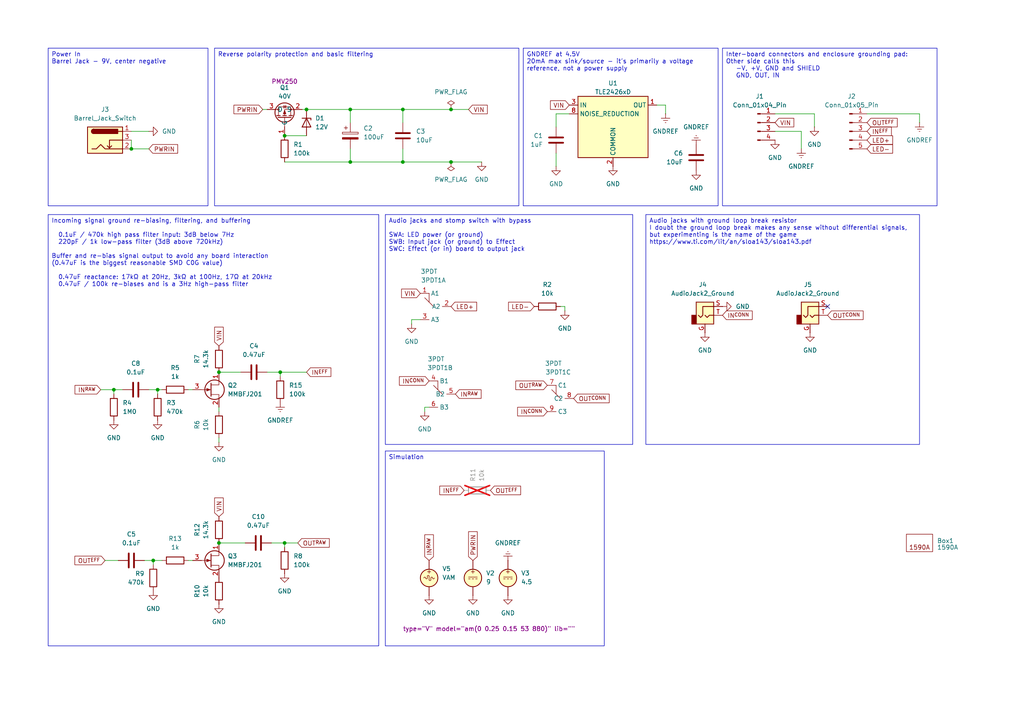
<source format=kicad_sch>
(kicad_sch (version 20250114) (generator "eeschema") (generator_version "9.0")
  (paper "A4")
  (title_block (title "Base board rail splitting 9V power") (date "2025-03-18") (rev "v2.0"))
  (lib_symbols
    (symbol "Connector:Barrel_Jack_Switch" (pin_names (hide yes))
      (property "Reference" "J" (at 0 5.334 0))
      (property "Value" "Barrel_Jack_Switch" (at 0 -5.08 0))
      (symbol "Barrel_Jack_Switch_0_1"
        (rectangle (start -5.08 3.81) (end 5.08 -3.81) (stroke (width 0.254)) (fill (type background)))
        (polyline (pts (xy -3.81 -2.54) (xy -2.54 -2.54) (xy -1.27 -1.27) (xy 0 -2.54) (xy 2.54 -2.54) (xy 5.08 -2.54)) (stroke (width 0.254)))
        (arc (start -3.302 1.905) (mid -3.9343 2.54) (end -3.302 3.175) (stroke (width 0.254)))
        (arc (start -3.302 1.905) (mid -3.9343 2.54) (end -3.302 3.175) (stroke (width 0.254)) (fill (type outline)))
        (polyline (pts (xy 1.27 -2.286) (xy 1.905 -1.651)) (stroke (width 0.254)))
        (rectangle (start 3.683 3.175) (end -3.302 1.905) (stroke (width 0.254)) (fill (type outline)))
        (polyline (pts (xy 5.08 2.54) (xy 3.81 2.54)) (stroke (width 0.254)))
        (polyline (pts (xy 5.08 0) (xy 1.27 0) (xy 1.27 -2.286) (xy 0.635 -1.651)) (stroke (width 0.254)))
      )
      (symbol "Barrel_Jack_Switch_1_1"
        (pin passive line (at 7.62 2.54 180) (length 2.54) (name "~") (number "1"))
        (pin passive line (at 7.62 0 180) (length 2.54) (name "~") (number "3"))
        (pin passive line (at 7.62 -2.54 180) (length 2.54) (name "~") (number "2"))
      )
    )
    (symbol "Connector:Conn_01x04_Pin" (pin_names (offset 1.016) (hide yes))
      (property "Reference" "J" (at 0 5.08 0))
      (property "Value" "Conn_01x04_Pin" (at 0 -7.62 0))
      (symbol "Conn_01x04_Pin_1_1"
        (rectangle (start 0.8636 2.667) (end 0 2.413) (stroke (width 0.1524)) (fill (type outline)))
        (rectangle (start 0.8636 0.127) (end 0 -0.127) (stroke (width 0.1524)) (fill (type outline)))
        (rectangle (start 0.8636 -2.413) (end 0 -2.667) (stroke (width 0.1524)) (fill (type outline)))
        (rectangle (start 0.8636 -4.953) (end 0 -5.207) (stroke (width 0.1524)) (fill (type outline)))
        (polyline (pts (xy 1.27 2.54) (xy 0.8636 2.54)) (stroke (width 0.1524)))
        (polyline (pts (xy 1.27 0) (xy 0.8636 0)) (stroke (width 0.1524)))
        (polyline (pts (xy 1.27 -2.54) (xy 0.8636 -2.54)) (stroke (width 0.1524)))
        (polyline (pts (xy 1.27 -5.08) (xy 0.8636 -5.08)) (stroke (width 0.1524)))
        (pin passive line (at 5.08 2.54 180) (length 3.81) (name "Pin_1") (number "1"))
        (pin passive line (at 5.08 0 180) (length 3.81) (name "Pin_2") (number "2"))
        (pin passive line (at 5.08 -2.54 180) (length 3.81) (name "Pin_3") (number "3"))
        (pin passive line (at 5.08 -5.08 180) (length 3.81) (name "Pin_4") (number "4"))
      )
    )
    (symbol "Connector:Conn_01x05_Pin" (pin_names (offset 1.016) (hide yes))
      (property "Reference" "J" (at 0 7.62 0))
      (property "Value" "Conn_01x05_Pin" (at 0 -7.62 0))
      (symbol "Conn_01x05_Pin_1_1"
        (rectangle (start 0.8636 5.207) (end 0 4.953) (stroke (width 0.1524)) (fill (type outline)))
        (rectangle (start 0.8636 2.667) (end 0 2.413) (stroke (width 0.1524)) (fill (type outline)))
        (rectangle (start 0.8636 0.127) (end 0 -0.127) (stroke (width 0.1524)) (fill (type outline)))
        (rectangle (start 0.8636 -2.413) (end 0 -2.667) (stroke (width 0.1524)) (fill (type outline)))
        (rectangle (start 0.8636 -4.953) (end 0 -5.207) (stroke (width 0.1524)) (fill (type outline)))
        (polyline (pts (xy 1.27 5.08) (xy 0.8636 5.08)) (stroke (width 0.1524)))
        (polyline (pts (xy 1.27 2.54) (xy 0.8636 2.54)) (stroke (width 0.1524)))
        (polyline (pts (xy 1.27 0) (xy 0.8636 0)) (stroke (width 0.1524)))
        (polyline (pts (xy 1.27 -2.54) (xy 0.8636 -2.54)) (stroke (width 0.1524)))
        (polyline (pts (xy 1.27 -5.08) (xy 0.8636 -5.08)) (stroke (width 0.1524)))
        (pin passive line (at 5.08 5.08 180) (length 3.81) (name "Pin_1") (number "1"))
        (pin passive line (at 5.08 2.54 180) (length 3.81) (name "Pin_2") (number "2"))
        (pin passive line (at 5.08 0 180) (length 3.81) (name "Pin_3") (number "3"))
        (pin passive line (at 5.08 -2.54 180) (length 3.81) (name "Pin_4") (number "4"))
        (pin passive line (at 5.08 -5.08 180) (length 3.81) (name "Pin_5") (number "5"))
      )
    )
    (symbol "Connector_Audio:AudioJack2_Ground"
      (property "Reference" "J" (at 0 8.89 0))
      (property "Value" "AudioJack2_Ground" (at 0 6.35 0))
      (symbol "AudioJack2_Ground_0_1"
        (rectangle (start -2.54 -2.54) (end -3.81 0) (stroke (width 0.254)) (fill (type outline)))
        (polyline (pts (xy 0 0) (xy 0.635 -0.635) (xy 1.27 0) (xy 2.54 0)) (stroke (width 0.254)))
        (rectangle (start 2.54 3.81) (end -2.54 -2.54) (stroke (width 0.254)) (fill (type background)))
        (polyline (pts (xy 2.54 2.54) (xy -0.635 2.54) (xy -0.635 0) (xy -1.27 -0.635) (xy -1.905 0)) (stroke (width 0.254)))
      )
      (symbol "AudioJack2_Ground_1_1"
        (pin passive line (at 0 -5.08 90) (length 2.54) (name "~") (number "G"))
        (pin passive line (at 5.08 2.54 180) (length 2.54) (name "~") (number "S"))
        (pin passive line (at 5.08 0 180) (length 2.54) (name "~") (number "T"))
      )
    )
    (symbol "Device:C" (pin_numbers (hide yes)) (pin_names (offset 0.254))
      (property "Reference" "C" (at 0.635 2.54 0))
      (property "Value" "C" (at 0.635 -2.54 0))
      (symbol "C_0_1"
        (polyline (pts (xy -2.032 0.762) (xy 2.032 0.762)) (stroke (width 0.508)))
        (polyline (pts (xy -2.032 -0.762) (xy 2.032 -0.762)) (stroke (width 0.508)))
      )
      (symbol "C_1_1"
        (pin passive line (at 0 3.81 270) (length 2.794) (name "~") (number "1"))
        (pin passive line (at 0 -3.81 90) (length 2.794) (name "~") (number "2"))
      )
    )
    (symbol "Device:C_Polarized" (pin_numbers (hide yes)) (pin_names (offset 0.254))
      (property "Reference" "C" (at 0.635 2.54 0))
      (property "Value" "C_Polarized" (at 0.635 -2.54 0))
      (symbol "C_Polarized_0_1"
        (rectangle (start -2.286 0.508) (end 2.286 1.016))
        (polyline (pts (xy -1.778 2.286) (xy -0.762 2.286)))
        (polyline (pts (xy -1.27 2.794) (xy -1.27 1.778)))
        (rectangle (start 2.286 -0.508) (end -2.286 -1.016) (fill (type outline)))
      )
      (symbol "C_Polarized_1_1"
        (pin passive line (at 0 3.81 270) (length 2.794) (name "~") (number "1"))
        (pin passive line (at 0 -3.81 90) (length 2.794) (name "~") (number "2"))
      )
    )
    (symbol "Device:D_Zener" (pin_numbers (hide yes)) (pin_names (offset 1.016) (hide yes))
      (property "Reference" "D" (at 0 2.54 0))
      (property "Value" "D_Zener" (at 0 -2.54 0))
      (symbol "D_Zener_0_1"
        (polyline (pts (xy -1.27 -1.27) (xy -1.27 1.27) (xy -0.762 1.27)) (stroke (width 0.254)))
        (polyline (pts (xy 1.27 0) (xy -1.27 0)))
        (polyline (pts (xy 1.27 -1.27) (xy 1.27 1.27) (xy -1.27 0) (xy 1.27 -1.27)) (stroke (width 0.254)))
      )
      (symbol "D_Zener_1_1"
        (pin passive line (at -3.81 0 0) (length 2.54) (name "K") (number "1"))
        (pin passive line (at 3.81 0 180) (length 2.54) (name "A") (number "2"))
      )
    )
    (symbol "Device:R" (pin_numbers (hide yes)) (pin_names (offset 0))
      (property "Reference" "R" (at 2.032 0 90))
      (property "Value" "R" (at 0 0 90))
      (symbol "R_0_1"
        (rectangle (start -1.016 -2.54) (end 1.016 2.54) (stroke (width 0.254)))
      )
      (symbol "R_1_1"
        (pin passive line (at 0 3.81 270) (length 1.27) (name "~") (number "1"))
        (pin passive line (at 0 -3.81 90) (length 1.27) (name "~") (number "2"))
      )
    )
    (symbol "Mylib:3PDT"
      (property "Reference" "3PDT" (at 0 0 0))
      (symbol "3PDT_0_1"
        (polyline (pts (xy 0 -3.81) (xy 0 -6.35)))
        (polyline (pts (xy 1.27 -7.62) (xy -1.27 -5.08)))
      )
      (symbol "3PDT_1_1"
        (pin passive line (at -2.54 -3.81 0) (length 2.54) (name "A1") (number "1"))
        (pin passive line (at -2.54 -11.43 0) (length 2.54) (name "A3") (number "3"))
        (pin passive line (at 6.35 -7.62 180) (length 2.54) (name "A2") (number "2"))
      )
      (symbol "3PDT_2_1"
        (pin passive line (at -2.54 -3.81 0) (length 2.54) (name "B1") (number "4"))
        (pin passive line (at -2.54 -11.43 0) (length 2.54) (name "B3") (number "6"))
        (pin passive line (at 5.08 -7.62 180) (length 2.54) (name "B2") (number "5"))
      )
      (symbol "3PDT_3_1"
        (pin passive line (at -2.54 -3.81 0) (length 2.54) (name "C1") (number "7"))
        (pin passive line (at -2.54 -11.43 0) (length 2.54) (name "C3") (number "9"))
        (pin passive line (at 5.08 -7.62 180) (length 2.54) (name "C2") (number "8"))
      )
    )
    (symbol "Mylib:Enclosure_1590A" (exclude_from_sim yes)
      (property "Reference" "Box" (at 0 0 0))
      (symbol "Enclosure_1590A_0_1"
        (rectangle (start -3.81 1.27) (end 3.81 -3.81))
      )
      (symbol "Enclosure_1590A_1_1"
        (text "1590A" (at 0 -2.54 0) (effects (font (size 1.27 1.27))))
      )
    )
    (symbol "Mylib:PMV250EPEAR"
      (property "Reference" "Q" (at 0 4.572 0))
      (property "Value" "PMV250" (at 0 6.604 0))
      (symbol "PMV250EPEAR_0_1"
        (polyline (pts (xy -2.54 0) (xy -1.778 0)))
        (polyline (pts (xy -2.286 -1.778) (xy -1.27 -1.778)) (stroke (width 0.254)))
        (polyline (pts (xy -1.905 -2.286) (xy 1.905 -2.286)) (stroke (width 0.254)))
        (circle (center -1.778 0) (radius 0.254) (fill (type outline)))
        (polyline (pts (xy -1.778 -1.778) (xy -1.778 0.762) (xy 1.778 0.762) (xy 1.778 -1.778)))
        (polyline (pts (xy -0.508 -1.778) (xy 0.508 -1.778)) (stroke (width 0.254)))
        (polyline (pts (xy 0 -0.254) (xy -0.381 -1.27) (xy 0.381 -1.27) (xy 0 -0.254)) (fill (type outline)))
        (circle (center 0 -0.889) (radius 2.794) (stroke (width 0.254)))
        (polyline (pts (xy 0 -2.286) (xy 0 -5.08)))
        (polyline (pts (xy 0.381 0.762) (xy -0.254 0.381) (xy -0.254 1.143) (xy 0.381 0.762)))
        (polyline (pts (xy 0.508 0.254) (xy 0.381 0.381) (xy 0.381 1.143) (xy 0.254 1.27)))
        (polyline (pts (xy 1.27 -1.778) (xy 2.286 -1.778)) (stroke (width 0.254)))
        (circle (center 1.778 0) (radius 0.254) (fill (type outline)))
        (polyline (pts (xy 2.54 0) (xy 0 0) (xy 0 -1.778)))
      )
      (symbol "PMV250EPEAR_1_1"
        (pin passive line (at -5.08 0 0) (length 2.54) (name "D") (number "3"))
        (pin input line (at 0 -7.62 90) (length 2.54) (name "G") (number "1"))
        (pin passive line (at 5.08 0 180) (length 2.54) (name "S") (number "2"))
      )
    )
    (symbol "Reference_Voltage:TLE2426xD"
      (property "Reference" "U" (at -10.414 8.89 0))
      (property "Value" "TLE2426xD" (at 10.16 8.89 0))
      (symbol "TLE2426xD_0_1"
        (rectangle (start -10.16 7.62) (end 10.16 -10.16) (stroke (width 0.254)) (fill (type background)))
      )
      (symbol "TLE2426xD_1_1"
        (pin power_in line (at -12.7 5.08 0) (length 2.54) (name "IN") (number "3"))
        (pin passive line (at -12.7 2.54 0) (length 2.54) (name "NOISE_REDUCTION") (number "8"))
        (pin no_connect line (at -10.16 0 0) (length 2.54) (hide yes) (name "NC") (number "4"))
        (pin no_connect line (at -10.16 -2.54 0) (length 2.54) (hide yes) (name "NC") (number "5"))
        (pin power_in line (at 0 -12.7 90) (length 2.54) (name "COMMON") (number "2"))
        (pin no_connect line (at 10.16 0 180) (length 2.54) (hide yes) (name "NC") (number "6"))
        (pin no_connect line (at 10.16 -2.54 180) (length 2.54) (hide yes) (name "NC") (number "7"))
        (pin power_out line (at 12.7 5.08 180) (length 2.54) (name "OUT") (number "1"))
      )
    )
    (symbol "Simulation_SPICE:VAM" (pin_numbers (hide yes)) (pin_names (offset 0.0254))
      (property "Reference" "V" (at 2.54 2.54 0))
      (property "Value" "VAM" (at 2.54 0 0))
      (property "Sim.Params" "type=\"V\" model=\"am(1 0 1k 100k 1n)\" lib=\"\"" (at 2.54 -2.54 0))
      (symbol "VAM_0_0"
        (arc (start -0.508 0.508) (mid -0.254 0.7609) (end 0 0.508))
        (text "+" (at 0 1.905 0) (effects (font (size 1.27 1.27))))
      )
      (symbol "VAM_0_1"
        (arc (start -1.524 0) (mid -1.27 0.2529) (end -1.016 0))
        (arc (start -0.508 0) (mid -0.762 -0.2529) (end -1.016 0))
        (polyline (pts (xy -0.508 0.508) (xy -0.508 0)))
        (polyline (pts (xy 0 0.508) (xy 0 -0.508)))
        (circle (center 0 0) (radius 2.54) (stroke (width 0.254)) (fill (type background)))
        (arc (start 0.508 -0.508) (mid 0.254 -0.7609) (end 0 -0.508))
        (polyline (pts (xy 0.508 -0.508) (xy 0.508 0)))
        (arc (start 0.508 0) (mid 0.762 0.2529) (end 1.016 0))
        (arc (start 1.524 0) (mid 1.27 -0.2529) (end 1.016 0))
      )
      (symbol "VAM_1_1"
        (pin passive line (at 0 5.08 270) (length 2.54) (name "~") (number "1"))
        (pin passive line (at 0 -5.08 90) (length 2.54) (name "~") (number "2"))
      )
    )
    (symbol "Simulation_SPICE:VDC" (pin_numbers (hide yes)) (pin_names (offset 0.0254))
      (property "Reference" "V" (at 2.54 2.54 0))
      (property "Value" "1" (at 2.54 0 0))
      (symbol "VDC_0_0"
        (polyline (pts (xy -1.27 0.254) (xy 1.27 0.254)))
        (polyline (pts (xy -0.762 -0.254) (xy -1.27 -0.254)))
        (polyline (pts (xy 0.254 -0.254) (xy -0.254 -0.254)))
        (polyline (pts (xy 1.27 -0.254) (xy 0.762 -0.254)))
        (text "+" (at 0 1.905 0) (effects (font (size 1.27 1.27))))
      )
      (symbol "VDC_0_1"
        (circle (center 0 0) (radius 2.54) (stroke (width 0.254)) (fill (type background)))
      )
      (symbol "VDC_1_1"
        (pin passive line (at 0 5.08 270) (length 2.54) (name "~") (number "1"))
        (pin passive line (at 0 -5.08 90) (length 2.54) (name "~") (number "2"))
      )
    )
    (symbol "Transistor_FET:MMBFJ112" (pin_names (hide yes))
      (property "Reference" "Q" (at 5.08 1.905 0))
      (property "Value" "MMBFJ112" (at 5.08 0 0))
      (symbol "MMBFJ112_0_1"
        (polyline (pts (xy 0 0) (xy -1.016 0.381) (xy -1.016 -0.381) (xy 0 0)) (fill (type outline)))
        (polyline (pts (xy 0.254 1.905) (xy 0.254 -1.905)) (stroke (width 0.254)))
        (polyline (pts (xy 0.254 0) (xy -2.54 0)))
        (circle (center 1.27 0) (radius 2.8194) (stroke (width 0.254)))
        (polyline (pts (xy 2.54 2.54) (xy 2.54 1.397) (xy 0.254 1.397)))
        (polyline (pts (xy 2.54 -2.54) (xy 2.54 -1.397) (xy 0.254 -1.397)))
      )
      (symbol "MMBFJ112_1_1"
        (pin input line (at -5.08 0 0) (length 2.54) (name "G") (number "3"))
        (pin passive line (at 2.54 5.08 270) (length 2.54) (name "D") (number "1"))
        (pin passive line (at 2.54 -5.08 90) (length 2.54) (name "S") (number "2"))
      )
    )
    (symbol "power:GND" (power) (pin_numbers (hide yes)) (pin_names (offset 0) (hide yes))
      (property "Value" "GND" (at 0 -3.81 0))
      (symbol "GND_0_1"
        (polyline (pts (xy 0 0) (xy 0 -1.27) (xy 1.27 -1.27) (xy 0 -2.54) (xy -1.27 -1.27) (xy 0 -1.27)))
      )
      (symbol "GND_1_1"
        (pin power_in line (at 0 0 270) (length 0) (name "~") (number "1"))
      )
    )
    (symbol "power:GNDREF" (power) (pin_numbers (hide yes)) (pin_names (offset 0) (hide yes))
      (property "Value" "GNDREF" (at 0 -3.81 0))
      (symbol "GNDREF_0_1"
        (polyline (pts (xy -0.635 -1.905) (xy 0.635 -1.905)))
        (polyline (pts (xy -0.127 -2.54) (xy 0.127 -2.54)))
        (polyline (pts (xy 0 -1.27) (xy 0 0)))
        (polyline (pts (xy 1.27 -1.27) (xy -1.27 -1.27)))
      )
      (symbol "GNDREF_1_1"
        (pin power_in line (at 0 0 270) (length 0) (name "~") (number "1"))
      )
    )
    (symbol "power:PWR_FLAG" (power) (pin_numbers (hide yes)) (pin_names (offset 0) (hide yes))
      (property "Value" "PWR_FLAG" (at 0 3.81 0))
      (symbol "PWR_FLAG_0_0"
        (pin power_out line (at 0 0 90) (length 0) (name "~") (number "1"))
      )
      (symbol "PWR_FLAG_0_1"
        (polyline (pts (xy 0 0) (xy 0 1.27) (xy -1.016 1.905) (xy 0 2.54) (xy 1.016 1.905) (xy 0 1.27)))
      )
    )
  )
  (text_box "Incoming signal ground re-biasing, filtering, and buffering\n\n  0.1uF / 470k high pass filter input: 3dB below 7Hz\n  220pF / 1k low-pass filter (3dB above 720kHz)\n\nBuffer and re-bias signal output to avoid any board interaction\n(0.47uF is the biggest reasonable SMD C0G value)\n\n  0.47uF reactance: 17kΩ at 20Hz, 3kΩ at 100Hz, 17Ω at 20kHz\n  0.47uF / 100k re-biases and is a 3Hz high-pass filter" (at 13.97 62.23 0) (size 95.885 125.095) (margins 0.9525 0.9525 0.9525 0.9525) (effects (font (size 1.27 1.27)) (justify left top)))
  (text_box "Power In\nBarrel Jack - 9V, center negative" (at 13.97 13.97 0) (size 46.355 45.72) (margins 0.9525 0.9525 0.9525 0.9525) (effects (font (size 1.27 1.27)) (justify left top)))
  (text_box "Inter-board connectors and enclosure grounding pad:\nOther side calls this\n   -V, +V, GND and SHIELD\n   GND, OUT, IN" (at 209.55 13.97 0) (size 62.23 45.72) (margins 0.9525 0.9525 0.9525 0.9525) (effects (font (size 1.27 1.27)) (justify left top)))
  (text_box "GNDREF at 4.5V\n20mA max sink/source - it's primarily a voltage reference, not a power supply" (at 151.765 13.97 0) (size 56.515 45.72) (margins 0.9525 0.9525 0.9525 0.9525) (effects (font (size 1.27 1.27)) (justify left top)))
  (text_box "Audio jacks and stomp switch with bypass\n\nSWA: LED power (or ground)\nSWB: Input jack (or ground) to Effect\nSWC: Effect (or in) board to output jack" (at 111.76 62.23 0) (size 71.755 66.675) (margins 0.9525 0.9525 0.9525 0.9525) (effects (font (size 1.27 1.27)) (justify left top)))
  (text_box "Simulation" (at 111.76 130.81 0) (size 63.5 56.515) (margins 0.9525 0.9525 0.9525 0.9525) (effects (font (size 1.27 1.27)) (justify left top)))
  (text_box "Reverse polarity protection and basic filtering" (at 62.23 13.97 0) (size 88.265 45.72) (margins 0.9525 0.9525 0.9525 0.9525) (effects (font (size 1.27 1.27)) (justify left top)))
  (text_box "Audio jacks with ground loop break resistor\nI doubt the ground loop break makes any sense without differential signals,\nbut experimenting is the name of the game \nhttps://www.ti.com/lit/an/sloa143/sloa143.pdf" (at 187.325 62.23 0) (size 79.375 66.675) (margins 0.9525 0.9525 0.9525 0.9525) (effects (font (size 1.27 1.27)) (justify left top)))
  (junction (at 130.81 31.75))
  (junction (at 130.81 46.99))
  (junction (at 63.5 107.95))
  (junction (at 101.6 46.99))
  (junction (at 81.28 107.95))
  (junction (at 33.02 113.03))
  (junction (at 116.84 46.99))
  (junction (at 45.72 113.03))
  (junction (at 63.5 157.48))
  (junction (at 82.55 39.37))
  (junction (at 88.9 31.75))
  (junction (at 101.6 31.75))
  (junction (at 44.45 162.56))
  (junction (at 82.55 157.48))
  (junction (at 38.1 43.18))
  (junction (at 116.84 31.75))
  (no_connect (at 240.03 88.9))
  (wire (pts (xy 54.61 113.03) (xy 55.88 113.03)))
  (wire (pts (xy 121.92 92.71) (xy 119.38 92.71)))
  (wire (pts (xy 163.83 88.9) (xy 162.56 88.9)))
  (wire (pts (xy 236.22 33.02) (xy 236.22 36.83)))
  (wire (pts (xy 63.5 127) (xy 63.5 128.27)))
  (wire (pts (xy 38.1 43.18) (xy 43.18 43.18)))
  (wire (pts (xy 101.6 46.99) (xy 116.84 46.99)))
  (wire (pts (xy 163.83 88.9) (xy 163.83 90.17)))
  (wire (pts (xy 45.72 113.03) (xy 45.72 114.3)))
  (wire (pts (xy 41.91 162.56) (xy 44.45 162.56)))
  (wire (pts (xy 101.6 43.18) (xy 101.6 46.99)))
  (wire (pts (xy 82.55 39.37) (xy 88.9 39.37)))
  (wire (pts (xy 82.55 46.99) (xy 101.6 46.99)))
  (wire (pts (xy 116.84 35.56) (xy 116.84 31.75)))
  (wire (pts (xy 63.5 107.95) (xy 69.85 107.95)))
  (wire (pts (xy 266.7 33.02) (xy 266.7 35.56)))
  (wire (pts (xy 76.2 31.75) (xy 77.47 31.75)))
  (wire (pts (xy 165.1 33.02) (xy 161.29 33.02)))
  (wire (pts (xy 87.63 31.75) (xy 88.9 31.75)))
  (wire (pts (xy 71.12 157.48) (xy 63.5 157.48)))
  (wire (pts (xy 116.84 46.99) (xy 130.81 46.99)))
  (wire (pts (xy 119.38 92.71) (xy 119.38 93.98)))
  (wire (pts (xy 29.21 113.03) (xy 33.02 113.03)))
  (wire (pts (xy 33.02 113.03) (xy 35.56 113.03)))
  (wire (pts (xy 116.84 31.75) (xy 130.81 31.75)))
  (wire (pts (xy 81.28 107.95) (xy 77.47 107.95)))
  (wire (pts (xy 193.04 30.48) (xy 193.04 33.02)))
  (wire (pts (xy 161.29 44.45) (xy 161.29 48.26)))
  (wire (pts (xy 44.45 162.56) (xy 44.45 163.83)))
  (wire (pts (xy 232.41 38.1) (xy 232.41 43.18)))
  (wire (pts (xy 130.81 31.75) (xy 135.89 31.75)))
  (wire (pts (xy 130.81 46.99) (xy 139.7 46.99)))
  (wire (pts (xy 123.19 118.11) (xy 123.19 119.38)))
  (wire (pts (xy 44.45 162.56) (xy 46.99 162.56)))
  (wire (pts (xy 251.46 33.02) (xy 266.7 33.02)))
  (wire (pts (xy 33.02 113.03) (xy 33.02 114.3)))
  (wire (pts (xy 224.79 38.1) (xy 232.41 38.1)))
  (wire (pts (xy 38.1 40.64) (xy 38.1 43.18)))
  (wire (pts (xy 54.61 162.56) (xy 55.88 162.56)))
  (wire (pts (xy 81.28 107.95) (xy 88.9 107.95)))
  (wire (pts (xy 82.55 157.48) (xy 86.36 157.48)))
  (wire (pts (xy 38.1 38.1) (xy 43.18 38.1)))
  (wire (pts (xy 63.5 118.11) (xy 63.5 119.38)))
  (wire (pts (xy 88.9 31.75) (xy 101.6 31.75)))
  (wire (pts (xy 43.18 113.03) (xy 45.72 113.03)))
  (wire (pts (xy 81.28 107.95) (xy 81.28 109.22)))
  (wire (pts (xy 82.55 157.48) (xy 82.55 158.75)))
  (wire (pts (xy 124.46 118.11) (xy 123.19 118.11)))
  (wire (pts (xy 45.72 113.03) (xy 46.99 113.03)))
  (wire (pts (xy 101.6 31.75) (xy 116.84 31.75)))
  (wire (pts (xy 82.55 157.48) (xy 78.74 157.48)))
  (wire (pts (xy 30.48 162.56) (xy 34.29 162.56)))
  (wire (pts (xy 224.79 33.02) (xy 236.22 33.02)))
  (wire (pts (xy 190.5 30.48) (xy 193.04 30.48)))
  (wire (pts (xy 161.29 33.02) (xy 161.29 36.83)))
  (wire (pts (xy 116.84 43.18) (xy 116.84 46.99)))
  (wire (pts (xy 101.6 35.56) (xy 101.6 31.75)))
  (global_label "LED-" (shape input) (at 251.46 43.18 0) (property "Intersheetrefs" "${INTERSHEET_REFS}" (effects (hide yes))))
  (global_label "IN^{CONN}" (shape input) (at 158.75 119.38 180) (property "Intersheetrefs" "${INTERSHEET_REFS}" (effects (hide yes))))
  (global_label "LED-" (shape input) (at 154.94 88.9 180) (property "Intersheetrefs" "${INTERSHEET_REFS}" (effects (hide yes))))
  (global_label "IN^{RAW}" (shape input) (at 124.46 162.56 90) (property "Intersheetrefs" "${INTERSHEET_REFS}" (effects (hide yes))))
  (global_label "OUT^{EFF}" (shape input) (at 142.24 142.24 0) (property "Intersheetrefs" "${INTERSHEET_REFS}" (effects (hide yes))))
  (global_label "VIN" (shape input) (at 63.5 149.86 90) (property "Intersheetrefs" "${INTERSHEET_REFS}" (effects (hide yes))))
  (global_label "OUT^{RAW}" (shape input) (at 86.36 157.48 0) (property "Intersheetrefs" "${INTERSHEET_REFS}" (effects (hide yes))))
  (global_label "PWRIN" (shape input) (at 43.18 43.18 0) (property "Intersheetrefs" "${INTERSHEET_REFS}" (effects (hide yes))))
  (global_label "OUT^{CONN}" (shape input) (at 240.03 91.44 0) (property "Intersheetrefs" "${INTERSHEET_REFS}" (effects (hide yes))))
  (global_label "LED+" (shape input) (at 130.81 88.9 0) (property "Intersheetrefs" "${INTERSHEET_REFS}" (effects (hide yes))))
  (global_label "OUT^{RAW}" (shape input) (at 158.75 111.76 180) (property "Intersheetrefs" "${INTERSHEET_REFS}" (effects (hide yes))))
  (global_label "VIN" (shape input) (at 121.92 85.09 180) (property "Intersheetrefs" "${INTERSHEET_REFS}" (effects (hide yes))))
  (global_label "IN^{EFF}" (shape input) (at 251.46 38.1 0) (property "Intersheetrefs" "${INTERSHEET_REFS}" (effects (hide yes))))
  (global_label "VIN" (shape input) (at 63.5 100.33 90) (property "Intersheetrefs" "${INTERSHEET_REFS}" (effects (hide yes))))
  (global_label "IN^{CONN}" (shape input) (at 209.55 91.44 0) (property "Intersheetrefs" "${INTERSHEET_REFS}" (effects (hide yes))))
  (global_label "VIN" (shape input) (at 165.1 30.48 180) (property "Intersheetrefs" "${INTERSHEET_REFS}" (effects (hide yes))))
  (global_label "OUT^{EFF}" (shape input) (at 251.46 35.56 0) (property "Intersheetrefs" "${INTERSHEET_REFS}" (effects (hide yes))))
  (global_label "IN^{EFF}" (shape input) (at 88.9 107.95 0) (property "Intersheetrefs" "${INTERSHEET_REFS}" (effects (hide yes))))
  (global_label "IN^{RAW}" (shape input) (at 29.21 113.03 180) (property "Intersheetrefs" "${INTERSHEET_REFS}" (effects (hide yes))))
  (global_label "IN^{RAW}" (shape input) (at 132.08 114.3 0) (property "Intersheetrefs" "${INTERSHEET_REFS}" (effects (hide yes))))
  (global_label "PWRIN" (shape input) (at 76.2 31.75 180) (property "Intersheetrefs" "${INTERSHEET_REFS}" (effects (hide yes))))
  (global_label "VIN" (shape input) (at 135.89 31.75 0) (property "Intersheetrefs" "${INTERSHEET_REFS}" (effects (hide yes))))
  (global_label "OUT^{EFF}" (shape input) (at 30.48 162.56 180) (property "Intersheetrefs" "${INTERSHEET_REFS}" (effects (hide yes))))
  (global_label "VIN" (shape input) (at 224.79 35.56 0) (property "Intersheetrefs" "${INTERSHEET_REFS}" (effects (hide yes))))
  (global_label "IN^{EFF}" (shape input) (at 134.62 142.24 180) (property "Intersheetrefs" "${INTERSHEET_REFS}" (effects (hide yes))))
  (global_label "LED+" (shape input) (at 251.46 40.64 0) (property "Intersheetrefs" "${INTERSHEET_REFS}" (effects (hide yes))))
  (global_label "OUT^{CONN}" (shape input) (at 166.37 115.57 0) (property "Intersheetrefs" "${INTERSHEET_REFS}" (effects (hide yes))))
  (global_label "IN^{CONN}" (shape input) (at 124.46 110.49 180) (property "Intersheetrefs" "${INTERSHEET_REFS}" (effects (hide yes))))
  (global_label "PWRIN" (shape input) (at 137.16 162.56 90) (property "Intersheetrefs" "${INTERSHEET_REFS}" (effects (hide yes))))
  (symbol (lib_id "Device:R") (at 50.8 113.03 90) (unit 1)
    (property "Reference" "R5" (at 50.8 106.68 90))
    (property "Value" "1k" (at 50.8 109.22 90))
    (property "Footprint" "Resistor_SMD:R_0805_2012Metric_Pad1.20x1.40mm_HandSolder" (effects (hide yes)))
    (property "Description" "Resistor" (effects (hide yes)))
  )
  (symbol (lib_id "Connector_Audio:AudioJack2_Ground") (at 204.47 91.44 0) (unit 1) (exclude_from_sim yes)
    (property "Reference" "J4" (at 203.835 82.55 0))
    (property "Value" "AudioJack2_Ground" (at 203.835 85.09 0))
    (property "Footprint" "Mylib:CK-6.35" (effects (hide yes)))
    (property "Description" "Audio Jack, 2 Poles (Mono / TS), Grounded Sleeve" (effects (hide yes)))
  )
  (symbol (lib_id "Device:R") (at 63.5 153.67 180) (unit 1)
    (property "Reference" "R12" (at 57.15 153.67 90))
    (property "Value" "14.3k" (at 59.69 153.67 90))
    (property "Footprint" "Resistor_SMD:R_0805_2012Metric_Pad1.20x1.40mm_HandSolder" (effects (hide yes)))
    (property "Description" "Resistor" (effects (hide yes)))
  )
  (symbol (lib_id "Device:R") (at 63.5 171.45 180) (unit 1)
    (property "Reference" "R10" (at 57.15 171.45 90))
    (property "Value" "10k" (at 59.69 171.45 90))
    (property "Footprint" "Resistor_SMD:R_0805_2012Metric_Pad1.20x1.40mm_HandSolder" (effects (hide yes)))
    (property "Description" "Resistor" (effects (hide yes)))
  )
  (symbol (lib_id "power:GND") (at 209.55 88.9 90) (unit 1)
    (property "Reference" "#PWR012" (effects (hide yes)))
    (property "Value" "GND" (at 213.36 88.8999 90) (effects (justify right)))
    (property "Description" "Power symbol creates a global label with name \"GND\" , ground" (effects (hide yes)))
  )
  (symbol (lib_id "Device:R") (at 138.43 142.24 90) (unit 1) (in_bom no) (on_board no) (dnp yes)
    (property "Reference" "R11" (at 137.1599 139.7 0) (effects (justify left)))
    (property "Value" "10k" (at 139.6999 139.7 0) (effects (justify left)))
    (property "Footprint" "Resistor_SMD:R_0805_2012Metric_Pad1.20x1.40mm_HandSolder" (effects (hide yes)))
    (property "Description" "Resistor" (effects (hide yes)))
  )
  (symbol (lib_id "Device:R") (at 63.5 104.14 180) (unit 1)
    (property "Reference" "R7" (at 57.15 104.14 90))
    (property "Value" "14.3k" (at 59.69 104.14 90))
    (property "Footprint" "Resistor_SMD:R_0805_2012Metric_Pad1.20x1.40mm_HandSolder" (effects (hide yes)))
    (property "Description" "Resistor" (effects (hide yes)))
  )
  (symbol (lib_id "Connector:Barrel_Jack_Switch") (at 30.48 40.64 0) (unit 1) (exclude_from_sim yes)
    (property "Reference" "J3" (at 30.48 31.75 0))
    (property "Value" "Barrel_Jack_Switch" (at 30.48 34.29 0))
    (property "Footprint" "Connector_BarrelJack:BarrelJack_Wuerth_6941xx301002" (effects (hide yes)))
    (property "Description" "DC Barrel Jack with an internal switch" (effects (hide yes)))
  )
  (symbol (lib_id "power:GNDREF") (at 193.04 33.02 0) (unit 1)
    (property "Reference" "#PWR01" (effects (hide yes)))
    (property "Value" "GNDREF" (at 193.04 38.1 0))
    (property "Description" "Power symbol creates a global label with name \"GNDREF\" , reference supply ground" (effects (hide yes)))
  )
  (symbol (lib_id "Device:R") (at 50.8 162.56 90) (unit 1)
    (property "Reference" "R13" (at 50.8 156.21 90))
    (property "Value" "1k" (at 50.8 158.75 90))
    (property "Footprint" "Resistor_SMD:R_0805_2012Metric_Pad1.20x1.40mm_HandSolder" (effects (hide yes)))
    (property "Description" "Resistor" (effects (hide yes)))
  )
  (symbol (lib_id "Device:R") (at 158.75 88.9 90) (unit 1)
    (property "Reference" "R2" (at 158.75 82.55 90))
    (property "Value" "10k" (at 158.75 85.09 90))
    (property "Footprint" "Resistor_SMD:R_0805_2012Metric_Pad1.20x1.40mm_HandSolder" (effects (hide yes)))
    (property "Description" "Resistor" (effects (hide yes)))
  )
  (symbol (lib_id "Device:R") (at 82.55 43.18 0) (unit 1)
    (property "Reference" "R1" (at 85.09 41.9099 0) (effects (justify left)))
    (property "Value" "100k" (at 85.09 44.4499 0) (effects (justify left)))
    (property "Footprint" "Resistor_SMD:R_0805_2012Metric_Pad1.20x1.40mm_HandSolder" (effects (hide yes)))
    (property "Description" "Resistor" (effects (hide yes)))
  )
  (symbol (lib_id "power:PWR_FLAG") (at 130.81 31.75 0) (unit 1)
    (property "Reference" "#FLG01" (effects (hide yes)))
    (property "Value" "PWR_FLAG" (at 130.81 26.67 0))
    (property "Description" "Special symbol for telling ERC where power comes from" (effects (hide yes)))
  )
  (symbol (lib_id "power:GND") (at 234.95 96.52 0) (unit 1)
    (property "Reference" "#PWR016" (effects (hide yes)))
    (property "Value" "GND" (at 234.95 101.6 0))
    (property "Description" "Power symbol creates a global label with name \"GND\" , ground" (effects (hide yes)))
  )
  (symbol (lib_id "power:GND") (at 63.5 175.26 0) (unit 1)
    (property "Reference" "#PWR020" (effects (hide yes)))
    (property "Value" "GND" (at 63.5 180.34 0))
    (property "Description" "Power symbol creates a global label with name \"GND\" , ground" (effects (hide yes)))
  )
  (symbol (lib_id "Device:C") (at 74.93 157.48 270) (mirror x) (unit 1)
    (property "Reference" "C10" (at 74.93 149.86 90))
    (property "Value" "0.47uF" (at 74.93 152.4 90))
    (property "Footprint" "Capacitor_SMD:C_1206_3216Metric_Pad1.33x1.80mm_HandSolder" (effects (hide yes)))
    (property "Description" "Unpolarized capacitor" (effects (hide yes)))
  )
  (symbol (lib_id "Simulation_SPICE:VDC") (at 147.32 167.64 0) (unit 1) (in_bom no) (on_board no)
    (property "Reference" "V3" (at 151.13 166.2401 0) (effects (justify left)))
    (property "Value" "4.5" (at 151.13 168.7801 0) (effects (justify left)))
    (property "Datasheet" "https://ngspice.sourceforge.io/docs/ngspice-html-manual/manual.xhtml#sec_Independent_Sources_for" (effects (hide yes)))
    (property "Description" "Voltage source, DC" (effects (hide yes)))
    (property "Sim.Pins" "1=+ 2=-" (effects (hide yes)))
    (property "Sim.Type" "DC" (effects (hide yes)))
    (property "Sim.Device" "V" (effects (hide yes)))
  )
  (symbol (lib_id "power:GND") (at 44.45 171.45 0) (unit 1)
    (property "Reference" "#PWR019" (effects (hide yes)))
    (property "Value" "GND" (at 44.45 176.53 0))
    (property "Description" "Power symbol creates a global label with name \"GND\" , ground" (effects (hide yes)))
  )
  (symbol (lib_id "power:GND") (at 201.93 49.53 0) (unit 1)
    (property "Reference" "#PWR010" (effects (hide yes)))
    (property "Value" "GND" (at 201.93 54.61 0))
    (property "Description" "Power symbol creates a global label with name \"GND\" , ground" (effects (hide yes)))
  )
  (symbol (lib_id "power:GND") (at 163.83 90.17 0) (unit 1)
    (property "Reference" "#PWR013" (effects (hide yes)))
    (property "Value" "GND" (at 163.83 95.25 0))
    (property "Description" "Power symbol creates a global label with name \"GND\" , ground" (effects (hide yes)))
  )
  (symbol (lib_id "Device:C") (at 39.37 113.03 90) (unit 1)
    (property "Reference" "C8" (at 39.37 105.41 90))
    (property "Value" "0.1uF" (at 39.37 107.95 90))
    (property "Footprint" "Mylib:C_0704_1810Metric" (effects (hide yes)))
    (property "Description" "Unpolarized capacitor" (effects (hide yes)))
  )
  (symbol (lib_id "Device:R") (at 81.28 113.03 0) (unit 1)
    (property "Reference" "R15" (at 83.82 111.7599 0) (effects (justify left)))
    (property "Value" "100k" (at 83.82 114.2999 0) (effects (justify left)))
    (property "Footprint" "Resistor_SMD:R_0805_2012Metric_Pad1.20x1.40mm_HandSolder" (effects (hide yes)))
    (property "Description" "Resistor" (effects (hide yes)))
  )
  (symbol (lib_id "power:GND") (at 147.32 172.72 0) (unit 1)
    (property "Reference" "#PWR033" (effects (hide yes)))
    (property "Value" "GND" (at 147.32 177.8 0))
    (property "Description" "Power symbol creates a global label with name \"GND\" , ground" (effects (hide yes)))
  )
  (symbol (lib_id "power:GND") (at 224.79 40.64 0) (unit 1)
    (property "Reference" "#PWR04" (effects (hide yes)))
    (property "Value" "GND" (at 224.79 45.72 0))
    (property "Description" "Power symbol creates a global label with name \"GND\" , ground" (effects (hide yes)))
  )
  (symbol (lib_id "power:GND") (at 137.16 172.72 0) (unit 1)
    (property "Reference" "#PWR025" (effects (hide yes)))
    (property "Value" "GND" (at 137.16 177.8 0))
    (property "Description" "Power symbol creates a global label with name \"GND\" , ground" (effects (hide yes)))
  )
  (symbol (lib_id "Device:C") (at 73.66 107.95 270) (mirror x) (unit 1)
    (property "Reference" "C4" (at 73.66 100.33 90))
    (property "Value" "0.47uF" (at 73.66 102.87 90))
    (property "Footprint" "Capacitor_SMD:C_1206_3216Metric_Pad1.33x1.80mm_HandSolder" (effects (hide yes)))
    (property "Description" "Unpolarized capacitor" (effects (hide yes)))
  )
  (symbol (lib_id "Device:R") (at 44.45 167.64 0) (mirror y) (unit 1)
    (property "Reference" "R9" (at 41.91 166.3699 0) (effects (justify left)))
    (property "Value" "470k" (at 41.91 168.9099 0) (effects (justify left)))
    (property "Footprint" "Resistor_SMD:R_0805_2012Metric_Pad1.20x1.40mm_HandSolder" (effects (hide yes)))
    (property "Description" "Resistor" (effects (hide yes)))
  )
  (symbol (lib_id "Device:C_Polarized") (at 101.6 39.37 0) (unit 1)
    (property "Reference" "C2" (at 105.41 37.2109 0) (effects (justify left)))
    (property "Value" "100uF" (at 105.41 39.7509 0) (effects (justify left)))
    (property "Footprint" "Capacitor_THT:CP_Radial_D8.0mm_P3.50mm" (effects (hide yes)))
    (property "Description" "Polarized capacitor" (effects (hide yes)))
  )
  (symbol (lib_id "Mylib:3PDT") (at 127 106.68 0) (unit 2) (exclude_from_sim yes) (in_bom no)
    (property "Reference" "3PDT1" (at 127.635 106.68 0))
    (property "Value" "3PDT" (at 126.492 104.14 0))
    (property "Footprint" "Mylib:3PDT-Stomp-Switch" (effects (hide yes)))
  )
  (symbol (lib_id "Device:R") (at 82.55 162.56 0) (unit 1)
    (property "Reference" "R8" (at 85.09 161.2899 0) (effects (justify left)))
    (property "Value" "100k" (at 85.09 163.8299 0) (effects (justify left)))
    (property "Footprint" "Resistor_SMD:R_0805_2012Metric_Pad1.20x1.40mm_HandSolder" (effects (hide yes)))
    (property "Description" "Resistor" (effects (hide yes)))
  )
  (symbol (lib_id "Device:C") (at 201.93 45.72 0) (mirror y) (unit 1)
    (property "Reference" "C6" (at 198.12 44.4499 0) (effects (justify left)))
    (property "Value" "10uF" (at 198.12 46.9899 0) (effects (justify left)))
    (property "Footprint" "Capacitor_SMD:C_1206_3216Metric_Pad1.33x1.80mm_HandSolder" (effects (hide yes)))
    (property "Description" "Unpolarized capacitor" (effects (hide yes)))
  )
  (symbol (lib_id "power:GND") (at 33.02 121.92 0) (unit 1)
    (property "Reference" "#PWR022" (effects (hide yes)))
    (property "Value" "GND" (at 33.02 127 0))
    (property "Description" "Power symbol creates a global label with name \"GND\" , ground" (effects (hide yes)))
  )
  (symbol (lib_id "Device:C") (at 161.29 40.64 0) (mirror y) (unit 1)
    (property "Reference" "C1" (at 157.48 39.3699 0) (effects (justify left)))
    (property "Value" "1uF" (at 157.48 41.9099 0) (effects (justify left)))
    (property "Footprint" "Capacitor_SMD:C_1206_3216Metric_Pad1.33x1.80mm_HandSolder" (effects (hide yes)))
    (property "Description" "Unpolarized capacitor" (effects (hide yes)))
  )
  (symbol (lib_id "power:GNDREF") (at 81.28 116.84 0) (unit 1)
    (property "Reference" "#PWR024" (effects (hide yes)))
    (property "Value" "GNDREF" (at 81.28 121.92 0))
    (property "Description" "Power symbol creates a global label with name \"GNDREF\" , reference supply ground" (effects (hide yes)))
  )
  (symbol (lib_id "Transistor_FET:MMBFJ112") (at 60.96 162.56 0) (unit 1)
    (property "Reference" "Q3" (at 66.04 161.2899 0) (effects (justify left)))
    (property "Value" "MMBFJ201" (at 66.04 163.8299 0) (effects (justify left)))
    (property "Footprint" "Package_TO_SOT_SMD:SOT-23" (effects (hide yes)))
    (property "Datasheet" "https://www.onsemi.com/pub/Collateral/MMBFJ113-D.PDF" (effects (hide yes)))
    (property "Description" "5mA min, 35V, 50mOhm max, 1-5V Vgs(off), N-Channel JFET, SOT-23" (effects (hide yes)))
    (property "Sim.Library" "/home/torvalds/KiCad/sim/mmbfj201.lib" (effects (hide yes)))
    (property "Sim.Name" "MMBFJ201" (effects (hide yes)))
    (property "Sim.Device" "NJFET" (effects (hide yes)))
    (property "Sim.Type" "SHICHMANHODGES" (effects (hide yes)))
    (property "Sim.Pins" "1=D 2=S 3=G" (effects (hide yes)))
  )
  (symbol (lib_id "Device:C") (at 116.84 39.37 0) (unit 1)
    (property "Reference" "C3" (at 120.65 38.0999 0) (effects (justify left)))
    (property "Value" "10uF" (at 120.65 40.6399 0) (effects (justify left)))
    (property "Footprint" "Capacitor_SMD:C_1206_3216Metric_Pad1.33x1.80mm_HandSolder" (effects (hide yes)))
    (property "Description" "Unpolarized capacitor" (effects (hide yes)))
  )
  (symbol (lib_id "Mylib:Enclosure_1590A") (at 266.7 156.21 0) (unit 1) (exclude_from_sim yes) (in_bom no)
    (property "Reference" "Box1" (at 271.78 156.8449 0) (effects (justify left)))
    (property "Value" "1590A" (at 271.78 158.75 0) (effects (justify left)))
    (property "Footprint" "Mylib:1590A" (effects (hide yes)))
  )
  (symbol (lib_id "power:GNDREF") (at 147.32 162.56 180) (unit 1)
    (property "Reference" "#PWR029" (effects (hide yes)))
    (property "Value" "GNDREF" (at 147.32 157.48 0))
    (property "Description" "Power symbol creates a global label with name \"GNDREF\" , reference supply ground" (effects (hide yes)))
  )
  (symbol (lib_id "Device:R") (at 33.02 118.11 0) (unit 1)
    (property "Reference" "R4" (at 35.56 116.8399 0) (effects (justify left)))
    (property "Value" "1M0" (at 35.56 119.3799 0) (effects (justify left)))
    (property "Footprint" "Resistor_SMD:R_0805_2012Metric_Pad1.20x1.40mm_HandSolder" (effects (hide yes)))
    (property "Description" "Resistor" (effects (hide yes)))
  )
  (symbol (lib_id "Simulation_SPICE:VAM") (at 124.46 167.64 0) (unit 1) (in_bom no) (on_board no)
    (property "Reference" "V5" (at 128.27 164.9701 0) (effects (justify left)))
    (property "Value" "VAM" (at 128.27 167.5101 0) (effects (justify left)))
    (property "Datasheet" "https://ngspice.sourceforge.io/docs/ngspice-html-manual/manual.xhtml#sec_Independent_Sources_for" (effects (hide yes)))
    (property "Description" "Voltage source, AM" (effects (hide yes)))
    (property "Sim.Pins" "1=1 2=2" (effects (hide yes)))
    (property "Sim.Device" "SPICE" (effects (hide yes)))
    (property "Sim.Params" "type=\"V\" model=\"am(0 0.25 0.15 53 880)\" lib=\"\"" (at 116.84 182.372 0) (effects (justify left)))
  )
  (symbol (lib_id "Simulation_SPICE:VDC") (at 137.16 167.64 0) (unit 1) (in_bom no) (on_board no)
    (property "Reference" "V2" (at 140.97 166.2401 0) (effects (justify left)))
    (property "Value" "9" (at 140.97 168.7801 0) (effects (justify left)))
    (property "Datasheet" "https://ngspice.sourceforge.io/docs/ngspice-html-manual/manual.xhtml#sec_Independent_Sources_for" (effects (hide yes)))
    (property "Description" "Voltage source, DC" (effects (hide yes)))
    (property "Sim.Pins" "1=+ 2=-" (effects (hide yes)))
    (property "Sim.Type" "DC" (effects (hide yes)))
    (property "Sim.Device" "V" (effects (hide yes)))
  )
  (symbol (lib_id "power:GND") (at 45.72 121.92 0) (unit 1)
    (property "Reference" "#PWR011" (effects (hide yes)))
    (property "Value" "GND" (at 45.72 127 0))
    (property "Description" "Power symbol creates a global label with name \"GND\" , ground" (effects (hide yes)))
  )
  (symbol (lib_id "Mylib:3PDT") (at 124.46 81.28 0) (unit 1) (exclude_from_sim yes) (in_bom no)
    (property "Reference" "3PDT1" (at 125.73 81.28 0))
    (property "Value" "3PDT" (at 124.46 78.74 0))
    (property "Footprint" "Mylib:3PDT-Stomp-Switch" (effects (hide yes)))
  )
  (symbol (lib_id "power:GND") (at 119.38 93.98 0) (unit 1)
    (property "Reference" "#PWR014" (effects (hide yes)))
    (property "Value" "GND" (at 119.38 99.06 0))
    (property "Description" "Power symbol creates a global label with name \"GND\" , ground" (effects (hide yes)))
  )
  (symbol (lib_id "Mylib:PMV250EPEAR") (at 82.55 31.75 0) (unit 1)
    (property "Reference" "Q1" (at 82.55 25.4 0))
    (property "Value" "40V" (at 82.55 27.94 0))
    (property "Footprint" "Package_TO_SOT_SMD:SOT-23-3" (effects (hide yes)))
    (property "Datasheet" "https://assets.nexperia.com/documents/data-sheet/PMV250EPEA.pdf" (effects (hide yes)))
    (property "Description" "P-channel enhancement mode FET" (effects (hide yes)))
    (property "Sim.Device" "SUBCKT" (effects (hide yes)))
    (property "Sim.Pins" "1=GATE 2=SOURCE 3=DRAIN" (effects (hide yes)))
    (property "Sim.Library" "${KIPRJMOD}/../../symbols/pmv250epea.lib" (effects (hide yes)))
    (property "Sim.Name" "PMV250" (at 82.55 23.622 0))
  )
  (symbol (lib_id "Device:R") (at 63.5 123.19 180) (unit 1)
    (property "Reference" "R6" (at 57.15 123.19 90))
    (property "Value" "10k" (at 59.69 123.19 90))
    (property "Footprint" "Resistor_SMD:R_0805_2012Metric_Pad1.20x1.40mm_HandSolder" (effects (hide yes)))
    (property "Description" "Resistor" (effects (hide yes)))
  )
  (symbol (lib_id "power:GNDREF") (at 266.7 35.56 0) (unit 1)
    (property "Reference" "#PWR02" (effects (hide yes)))
    (property "Value" "GNDREF" (at 266.7 40.64 0))
    (property "Description" "Power symbol creates a global label with name \"GNDREF\" , reference supply ground" (effects (hide yes)))
  )
  (symbol (lib_id "Reference_Voltage:TLE2426xD") (at 177.8 35.56 0) (unit 1) (exclude_from_sim yes)
    (property "Reference" "U1" (at 177.8 24.13 0))
    (property "Value" "TLE2426xD" (at 177.8 26.67 0))
    (property "Footprint" "Package_SO:SOIC-8_3.9x4.9mm_P1.27mm" (effects (hide yes)))
    (property "Datasheet" "http://www.ti.com/lit/ds/symlink/tle2426.pdf" (effects (hide yes)))
    (property "Description" "Precision virtual ground, noise reduction pin, 4V to 40V input, SOIC-8" (effects (hide yes)))
  )
  (symbol (lib_id "power:GND") (at 236.22 36.83 0) (unit 1)
    (property "Reference" "#PWR03" (effects (hide yes)))
    (property "Value" "GND" (at 236.22 41.91 0))
    (property "Description" "Power symbol creates a global label with name \"GND\" , ground" (effects (hide yes)))
  )
  (symbol (lib_id "Connector:Conn_01x04_Pin") (at 219.71 35.56 0) (unit 1) (exclude_from_sim yes)
    (property "Reference" "J1" (at 220.345 27.94 0))
    (property "Value" "Conn_01x04_Pin" (at 220.345 30.48 0))
    (property "Footprint" "Connector_PinSocket_2.54mm:PinSocket_1x04_P2.54mm_Vertical" (effects (hide yes)))
    (property "Description" "Generic connector, single row, 01x04, script generated" (effects (hide yes)))
  )
  (symbol (lib_id "power:PWR_FLAG") (at 130.81 46.99 180) (unit 1)
    (property "Reference" "#FLG02" (effects (hide yes)))
    (property "Value" "PWR_FLAG" (at 130.81 52.07 0))
    (property "Description" "Special symbol for telling ERC where power comes from" (effects (hide yes)))
  )
  (symbol (lib_id "power:GND") (at 43.18 38.1 90) (unit 1)
    (property "Reference" "#PWR023" (effects (hide yes)))
    (property "Value" "GND" (at 46.99 38.0999 90) (effects (justify right)))
    (property "Description" "Power symbol creates a global label with name \"GND\" , ground" (effects (hide yes)))
  )
  (symbol (lib_id "power:GND") (at 82.55 166.37 0) (unit 1)
    (property "Reference" "#PWR017" (effects (hide yes)))
    (property "Value" "GND" (at 82.55 171.45 0))
    (property "Description" "Power symbol creates a global label with name \"GND\" , ground" (effects (hide yes)))
  )
  (symbol (lib_id "power:GND") (at 161.29 48.26 0) (unit 1)
    (property "Reference" "#PWR07" (effects (hide yes)))
    (property "Value" "GND" (at 161.29 53.34 0))
    (property "Description" "Power symbol creates a global label with name \"GND\" , ground" (effects (hide yes)))
  )
  (symbol (lib_id "power:GND") (at 123.19 119.38 0) (unit 1)
    (property "Reference" "#PWR026" (effects (hide yes)))
    (property "Value" "GND" (at 123.19 124.46 0))
    (property "Description" "Power symbol creates a global label with name \"GND\" , ground" (effects (hide yes)))
  )
  (symbol (lib_id "power:GND") (at 124.46 172.72 0) (unit 1)
    (property "Reference" "#PWR021" (effects (hide yes)))
    (property "Value" "GND" (at 124.46 177.8 0))
    (property "Description" "Power symbol creates a global label with name \"GND\" , ground" (effects (hide yes)))
  )
  (symbol (lib_id "Connector:Conn_01x05_Pin") (at 246.38 38.1 0) (unit 1) (exclude_from_sim yes)
    (property "Reference" "J2" (at 247.015 27.94 0))
    (property "Value" "Conn_01x05_Pin" (at 247.015 30.48 0))
    (property "Footprint" "Connector_PinSocket_2.54mm:PinSocket_1x05_P2.54mm_Vertical" (effects (hide yes)))
    (property "Description" "Generic connector, single row, 01x05, script generated" (effects (hide yes)))
  )
  (symbol (lib_id "Device:R") (at 45.72 118.11 0) (unit 1)
    (property "Reference" "R3" (at 48.26 116.8399 0) (effects (justify left)))
    (property "Value" "470k" (at 48.26 119.3799 0) (effects (justify left)))
    (property "Footprint" "Resistor_SMD:R_0805_2012Metric_Pad1.20x1.40mm_HandSolder" (effects (hide yes)))
    (property "Description" "Resistor" (effects (hide yes)))
  )
  (symbol (lib_id "power:GNDREF") (at 232.41 43.18 0) (unit 1)
    (property "Reference" "#PWR06" (effects (hide yes)))
    (property "Value" "GNDREF" (at 232.41 48.26 0))
    (property "Description" "Power symbol creates a global label with name \"GNDREF\" , reference supply ground" (effects (hide yes)))
  )
  (symbol (lib_id "Transistor_FET:MMBFJ112") (at 60.96 113.03 0) (unit 1)
    (property "Reference" "Q2" (at 66.04 111.7599 0) (effects (justify left)))
    (property "Value" "MMBFJ201" (at 66.04 114.2999 0) (effects (justify left)))
    (property "Footprint" "Package_TO_SOT_SMD:SOT-23" (effects (hide yes)))
    (property "Datasheet" "https://www.onsemi.com/pub/Collateral/MMBFJ113-D.PDF" (effects (hide yes)))
    (property "Description" "5mA min, 35V, 50mOhm max, 1-5V Vgs(off), N-Channel JFET, SOT-23" (effects (hide yes)))
    (property "Sim.Library" "/home/torvalds/KiCad/sim/mmbfj201.lib" (effects (hide yes)))
    (property "Sim.Name" "MMBFJ201" (effects (hide yes)))
    (property "Sim.Device" "NJFET" (effects (hide yes)))
    (property "Sim.Type" "SHICHMANHODGES" (effects (hide yes)))
    (property "Sim.Pins" "1=D 2=S 3=G" (effects (hide yes)))
  )
  (symbol (lib_id "Connector_Audio:AudioJack2_Ground") (at 234.95 91.44 0) (unit 1) (exclude_from_sim yes)
    (property "Reference" "J5" (at 234.315 82.55 0))
    (property "Value" "AudioJack2_Ground" (at 234.315 85.09 0))
    (property "Footprint" "Mylib:CK-6.35" (effects (hide yes)))
    (property "Description" "Audio Jack, 2 Poles (Mono / TS), Grounded Sleeve" (effects (hide yes)))
  )
  (symbol (lib_id "power:GND") (at 63.5 128.27 0) (unit 1)
    (property "Reference" "#PWR018" (effects (hide yes)))
    (property "Value" "GND" (at 63.5 133.35 0))
    (property "Description" "Power symbol creates a global label with name \"GND\" , ground" (effects (hide yes)))
  )
  (symbol (lib_id "power:GND") (at 177.8 48.26 0) (unit 1)
    (property "Reference" "#PWR08" (effects (hide yes)))
    (property "Value" "GND" (at 177.8 53.34 0))
    (property "Description" "Power symbol creates a global label with name \"GND\" , ground" (effects (hide yes)))
  )
  (symbol (lib_id "Device:D_Zener") (at 88.9 35.56 270) (unit 1)
    (property "Reference" "D1" (at 91.44 34.2899 90) (effects (justify left)))
    (property "Value" "12V" (at 91.44 36.8299 90) (effects (justify left)))
    (property "Footprint" "Diode_SMD:D_SOD-123" (effects (hide yes)))
    (property "Description" "Zener diode" (effects (hide yes)))
    (property "Sim.Device" "D" (effects (hide yes)))
    (property "Sim.Pins" "1=K 2=A" (effects (hide yes)))
  )
  (symbol (lib_id "power:GND") (at 204.47 96.52 0) (unit 1)
    (property "Reference" "#PWR015" (effects (hide yes)))
    (property "Value" "GND" (at 204.47 101.6 0))
    (property "Description" "Power symbol creates a global label with name \"GND\" , ground" (effects (hide yes)))
  )
  (symbol (lib_id "Mylib:3PDT") (at 161.29 107.95 0) (unit 3) (exclude_from_sim yes) (in_bom no)
    (property "Reference" "3PDT1" (at 161.925 107.95 0))
    (property "Value" "3PDT" (at 160.528 105.41 0))
    (property "Footprint" "Mylib:3PDT-Stomp-Switch" (effects (hide yes)))
  )
  (symbol (lib_id "power:GNDREF") (at 201.93 41.91 180) (unit 1)
    (property "Reference" "#PWR05" (effects (hide yes)))
    (property "Value" "GNDREF" (at 201.93 36.83 0))
    (property "Description" "Power symbol creates a global label with name \"GNDREF\" , reference supply ground" (effects (hide yes)))
  )
  (symbol (lib_id "Device:C") (at 38.1 162.56 90) (unit 1)
    (property "Reference" "C5" (at 38.1 154.94 90))
    (property "Value" "0.1uF" (at 38.1 157.48 90))
    (property "Footprint" "Mylib:C_0704_1810Metric" (effects (hide yes)))
    (property "Description" "Unpolarized capacitor" (effects (hide yes)))
  )
  (symbol (lib_id "power:GND") (at 139.7 46.99 0) (unit 1)
    (property "Reference" "#PWR09" (effects (hide yes)))
    (property "Value" "GND" (at 139.7 52.07 0))
    (property "Description" "Power symbol creates a global label with name \"GND\" , ground" (effects (hide yes)))
  )
)
</source>
